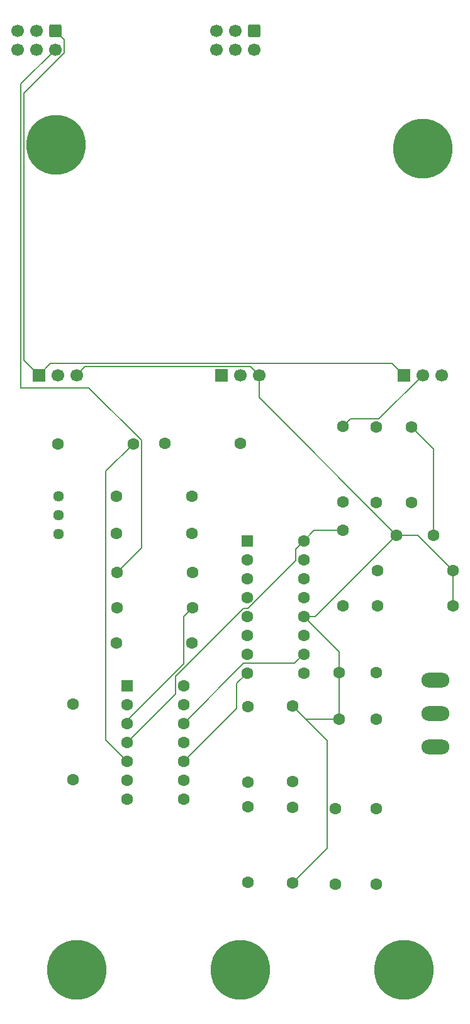
<source format=gbr>
%TF.GenerationSoftware,KiCad,Pcbnew,9.0.5*%
%TF.CreationDate,2025-12-11T21:52:36+11:00*%
%TF.ProjectId,oscillator,6f736369-6c6c-4617-946f-722e6b696361,rev?*%
%TF.SameCoordinates,Original*%
%TF.FileFunction,Copper,L2,Bot*%
%TF.FilePolarity,Positive*%
%FSLAX46Y46*%
G04 Gerber Fmt 4.6, Leading zero omitted, Abs format (unit mm)*
G04 Created by KiCad (PCBNEW 9.0.5) date 2025-12-11 21:52:36*
%MOMM*%
%LPD*%
G01*
G04 APERTURE LIST*
G04 Aperture macros list*
%AMRoundRect*
0 Rectangle with rounded corners*
0 $1 Rounding radius*
0 $2 $3 $4 $5 $6 $7 $8 $9 X,Y pos of 4 corners*
0 Add a 4 corners polygon primitive as box body*
4,1,4,$2,$3,$4,$5,$6,$7,$8,$9,$2,$3,0*
0 Add four circle primitives for the rounded corners*
1,1,$1+$1,$2,$3*
1,1,$1+$1,$4,$5*
1,1,$1+$1,$6,$7*
1,1,$1+$1,$8,$9*
0 Add four rect primitives between the rounded corners*
20,1,$1+$1,$2,$3,$4,$5,0*
20,1,$1+$1,$4,$5,$6,$7,0*
20,1,$1+$1,$6,$7,$8,$9,0*
20,1,$1+$1,$8,$9,$2,$3,0*%
G04 Aperture macros list end*
%TA.AperFunction,ComponentPad*%
%ADD10C,8.000000*%
%TD*%
%TA.AperFunction,ComponentPad*%
%ADD11C,1.700000*%
%TD*%
%TA.AperFunction,ComponentPad*%
%ADD12R,1.700000X1.700000*%
%TD*%
%TA.AperFunction,ComponentPad*%
%ADD13C,1.600000*%
%TD*%
%TA.AperFunction,ComponentPad*%
%ADD14RoundRect,0.250000X-0.550000X-0.550000X0.550000X-0.550000X0.550000X0.550000X-0.550000X0.550000X0*%
%TD*%
%TA.AperFunction,ComponentPad*%
%ADD15RoundRect,0.250000X-0.600000X0.600000X-0.600000X-0.600000X0.600000X-0.600000X0.600000X0.600000X0*%
%TD*%
%TA.AperFunction,ComponentPad*%
%ADD16O,3.750000X2.000000*%
%TD*%
%TA.AperFunction,ComponentPad*%
%ADD17C,1.440000*%
%TD*%
%TA.AperFunction,Conductor*%
%ADD18C,0.200000*%
%TD*%
G04 APERTURE END LIST*
D10*
%TO.P,J6,1,Pin_1*%
%TO.N,Net-(J6-Pin_1)*%
X126500000Y-55550000D03*
%TD*%
%TO.P,J7,1,Pin_1*%
%TO.N,Net-(J7-Pin_1)*%
X77162469Y-55050000D03*
%TD*%
%TO.P,J5,1,Pin_1*%
%TO.N,Net-(J5-Pin_1)*%
X80000000Y-166000000D03*
%TD*%
%TO.P,J3,1,Pin_1*%
%TO.N,Net-(J3-Pin_1)*%
X102000000Y-166000000D03*
%TD*%
%TO.P,J4,1,Pin_1*%
%TO.N,Net-(J4-Pin_1)*%
X124000000Y-166000000D03*
%TD*%
D11*
%TO.P,RV2,3,3*%
%TO.N,GND*%
X79940000Y-86050000D03*
%TO.P,RV2,2,2*%
%TO.N,Net-(R5-Pad2)*%
X77400000Y-86050000D03*
D12*
%TO.P,RV2,1,1*%
%TO.N,12V*%
X74860000Y-86050000D03*
%TD*%
D11*
%TO.P,RV4,3,3*%
%TO.N,unconnected-(RV4-Pad3)*%
X129040000Y-86050000D03*
%TO.P,RV4,2,2*%
%TO.N,Net-(R9-Pad1)*%
X126500000Y-86050000D03*
D12*
%TO.P,RV4,1,1*%
%TO.N,12V*%
X123960000Y-86050000D03*
%TD*%
%TO.P,RV3,1,1*%
%TO.N,Net-(J7-Pin_1)*%
X99410000Y-86050000D03*
D11*
%TO.P,RV3,2,2*%
%TO.N,Net-(R6-Pad2)*%
X101950000Y-86050000D03*
%TO.P,RV3,3,3*%
%TO.N,GND*%
X104490000Y-86050000D03*
%TD*%
D13*
%TO.P,U2,14*%
%TO.N,Net-(R17-Pad2)*%
X94370000Y-127800000D03*
%TO.P,U2,13,-*%
%TO.N,Net-(U2D--)*%
X94370000Y-130340000D03*
%TO.P,U2,12,+*%
%TO.N,Net-(U1-VTO)*%
X94370000Y-132880000D03*
%TO.P,U2,11,V-*%
%TO.N,-12V*%
X94370000Y-135420000D03*
%TO.P,U2,10,+*%
%TO.N,Net-(U1-VSO)*%
X94370000Y-137960000D03*
%TO.P,U2,9,-*%
%TO.N,Net-(U2C--)*%
X94370000Y-140500000D03*
%TO.P,U2,8*%
%TO.N,Net-(R15-Pad2)*%
X94370000Y-143040000D03*
%TO.P,U2,7*%
%TO.N,Net-(U2B--)*%
X86750000Y-143040000D03*
%TO.P,U2,6,-*%
X86750000Y-140500000D03*
%TO.P,U2,5,+*%
%TO.N,Net-(U2B-+)*%
X86750000Y-137960000D03*
%TO.P,U2,4,V+*%
%TO.N,12V*%
X86750000Y-135420000D03*
%TO.P,U2,3,+*%
%TO.N,Net-(U1-VP)*%
X86750000Y-132880000D03*
%TO.P,U2,2,-*%
%TO.N,Net-(U2A--)*%
X86750000Y-130340000D03*
D14*
%TO.P,U2,1*%
X86750000Y-127800000D03*
%TD*%
D13*
%TO.P,R20,2*%
%TO.N,Net-(J3-Pin_1)*%
X114750000Y-154460000D03*
%TO.P,R20,1*%
%TO.N,Net-(R17-Pad2)*%
X114750000Y-144300000D03*
%TD*%
D15*
%TO.P,J2,1,Pin_1*%
%TO.N,12V*%
X103830000Y-39750000D03*
D11*
%TO.P,J2,2,Pin_2*%
%TO.N,-12V*%
X103830000Y-42290000D03*
%TO.P,J2,3,Pin_3*%
%TO.N,GND*%
X101290000Y-39750000D03*
%TO.P,J2,4,Pin_4*%
X101290000Y-42290000D03*
%TO.P,J2,5,Pin_5*%
%TO.N,unconnected-(J2-Pin_5-Pad5)*%
X98750000Y-39750000D03*
%TO.P,J2,6,Pin_6*%
%TO.N,unconnected-(J2-Pin_6-Pad6)*%
X98750000Y-42290000D03*
%TD*%
D15*
%TO.P,J1,1,Pin_1*%
%TO.N,12V*%
X77080000Y-39750000D03*
D11*
%TO.P,J1,2,Pin_2*%
%TO.N,-12V*%
X77080000Y-42290000D03*
%TO.P,J1,3,Pin_3*%
%TO.N,GND*%
X74540000Y-39750000D03*
%TO.P,J1,4,Pin_4*%
X74540000Y-42290000D03*
%TO.P,J1,5,Pin_5*%
%TO.N,unconnected-(J1-Pin_5-Pad5)*%
X72000000Y-39750000D03*
%TO.P,J1,6,Pin_6*%
%TO.N,unconnected-(J1-Pin_6-Pad6)*%
X72000000Y-42290000D03*
%TD*%
D13*
%TO.P,R18,1*%
%TO.N,GND*%
X109000000Y-130550000D03*
%TO.P,R18,2*%
%TO.N,Net-(U2D--)*%
X109000000Y-140710000D03*
%TD*%
%TO.P,R8,1*%
%TO.N,Net-(J6-Pin_1)*%
X120289472Y-93022318D03*
%TO.P,R8,2*%
%TO.N,Net-(U1-VFCI)*%
X120289472Y-103182318D03*
%TD*%
%TO.P,R3,1*%
%TO.N,-12V*%
X85357311Y-112559947D03*
%TO.P,R3,2*%
%TO.N,Net-(U1-VEE)*%
X95517311Y-112559947D03*
%TD*%
%TO.P,R17,1*%
%TO.N,Net-(U2D--)*%
X102990702Y-140729735D03*
%TO.P,R17,2*%
%TO.N,Net-(R17-Pad2)*%
X102990702Y-130569735D03*
%TD*%
%TO.P,R2,1*%
%TO.N,Net-(U1-VEE)*%
X85340000Y-107300000D03*
%TO.P,R2,2*%
%TO.N,Net-(U1-SCALE2)*%
X95500000Y-107300000D03*
%TD*%
%TO.P,R10,1*%
%TO.N,Net-(C1-Pad1)*%
X125029054Y-93029710D03*
%TO.P,R10,2*%
%TO.N,Net-(U1-VFCI)*%
X125029054Y-103189710D03*
%TD*%
%TO.P,C4,1*%
%TO.N,Net-(SW1-C)*%
X120250000Y-126050000D03*
%TO.P,C4,2*%
%TO.N,GND*%
X115250000Y-126050000D03*
%TD*%
D14*
%TO.P,U1,1,SCALE1*%
%TO.N,Net-(U1-SCALE1)*%
X102880000Y-108300000D03*
D13*
%TO.P,U1,2,SCALE2*%
%TO.N,Net-(U1-SCALE2)*%
X102880000Y-110840000D03*
%TO.P,U1,3,VEE*%
%TO.N,Net-(U1-VEE)*%
X102880000Y-113380000D03*
%TO.P,U1,4,VP*%
%TO.N,Net-(U1-VP)*%
X102880000Y-115920000D03*
%TO.P,U1,5,VPWM*%
%TO.N,Net-(U1-VPWM)*%
X102880000Y-118460000D03*
%TO.P,U1,6,VHSI*%
%TO.N,unconnected-(U1-VHSI-Pad6)*%
X102880000Y-121000000D03*
%TO.P,U1,7,VHFT*%
%TO.N,unconnected-(U1-VHFT-Pad7)*%
X102880000Y-123540000D03*
%TO.P,U1,8,VSO*%
%TO.N,Net-(U1-VSO)*%
X102880000Y-126080000D03*
%TO.P,U1,9,VSSI*%
%TO.N,unconnected-(U1-VSSI-Pad9)*%
X110500000Y-126080000D03*
%TO.P,U1,10,VTO*%
%TO.N,Net-(U1-VTO)*%
X110500000Y-123540000D03*
%TO.P,U1,11,CAP*%
%TO.N,Net-(SW1-B)*%
X110500000Y-121000000D03*
%TO.P,U1,12,GND*%
%TO.N,GND*%
X110500000Y-118460000D03*
%TO.P,U1,13,VLFI*%
%TO.N,Net-(U1-VLFI)*%
X110500000Y-115920000D03*
%TO.P,U1,14,VS*%
%TO.N,Net-(U1-VS)*%
X110500000Y-113380000D03*
%TO.P,U1,15,VFCI*%
%TO.N,Net-(U1-VFCI)*%
X110500000Y-110840000D03*
%TO.P,U1,16,VCC*%
%TO.N,12V*%
X110500000Y-108300000D03*
%TD*%
D16*
%TO.P,SW1,1,C*%
%TO.N,Net-(SW1-C)*%
X128250000Y-127050000D03*
%TO.P,SW1,2,B*%
%TO.N,Net-(SW1-B)*%
X128250000Y-131550000D03*
%TO.P,SW1,3,A*%
%TO.N,Net-(SW1-A)*%
X128250000Y-136050000D03*
%TD*%
D13*
%TO.P,C1,1*%
%TO.N,Net-(C1-Pad1)*%
X128000000Y-107550000D03*
%TO.P,C1,2*%
%TO.N,GND*%
X123000000Y-107550000D03*
%TD*%
%TO.P,R4,1*%
%TO.N,GND*%
X85420000Y-117300000D03*
%TO.P,R4,2*%
%TO.N,Net-(U1-VP)*%
X95580000Y-117300000D03*
%TD*%
%TO.P,R11,1*%
%TO.N,Net-(U1-VS)*%
X120420000Y-112300000D03*
%TO.P,R11,2*%
%TO.N,GND*%
X130580000Y-112300000D03*
%TD*%
D17*
%TO.P,RV1,1,1*%
%TO.N,Net-(R1-Pad1)*%
X77500000Y-102300000D03*
%TO.P,RV1,2,2*%
%TO.N,Net-(U1-VEE)*%
X77500000Y-104840000D03*
%TO.P,RV1,3,3*%
X77500000Y-107380000D03*
%TD*%
D13*
%TO.P,R1,1*%
%TO.N,Net-(R1-Pad1)*%
X85340000Y-102300000D03*
%TO.P,R1,2*%
%TO.N,Net-(U1-SCALE1)*%
X95500000Y-102300000D03*
%TD*%
%TO.P,R6,1*%
%TO.N,Net-(U2B-+)*%
X91806782Y-95234642D03*
%TO.P,R6,2*%
%TO.N,Net-(R6-Pad2)*%
X101966782Y-95234642D03*
%TD*%
%TO.P,R19,1*%
%TO.N,Net-(J5-Pin_1)*%
X79500000Y-140460000D03*
%TO.P,R19,2*%
%TO.N,Net-(U2A--)*%
X79500000Y-130300000D03*
%TD*%
%TO.P,C3,1*%
%TO.N,Net-(SW1-A)*%
X120250000Y-132300000D03*
%TO.P,C3,2*%
%TO.N,GND*%
X115250000Y-132300000D03*
%TD*%
%TO.P,R12,1*%
%TO.N,Net-(U1-VLFI)*%
X115744311Y-117100524D03*
%TO.P,R12,2*%
%TO.N,12V*%
X115744311Y-106940524D03*
%TD*%
%TO.P,R13,1*%
%TO.N,Net-(U1-VLFI)*%
X120437327Y-117098934D03*
%TO.P,R13,2*%
%TO.N,GND*%
X130597327Y-117098934D03*
%TD*%
%TO.P,R16,1*%
%TO.N,GND*%
X108990702Y-154309735D03*
%TO.P,R16,2*%
%TO.N,Net-(U2C--)*%
X108990702Y-144149735D03*
%TD*%
%TO.P,R21,1*%
%TO.N,Net-(R15-Pad2)*%
X120250000Y-144300000D03*
%TO.P,R21,2*%
%TO.N,Net-(J4-Pin_1)*%
X120250000Y-154460000D03*
%TD*%
%TO.P,R5,1*%
%TO.N,Net-(U2B-+)*%
X87582784Y-95267859D03*
%TO.P,R5,2*%
%TO.N,Net-(R5-Pad2)*%
X77422784Y-95267859D03*
%TD*%
%TO.P,R9,1*%
%TO.N,Net-(R9-Pad1)*%
X115750000Y-92970000D03*
%TO.P,R9,2*%
%TO.N,Net-(U1-VFCI)*%
X115750000Y-103130000D03*
%TD*%
%TO.P,R7,1*%
%TO.N,Net-(U1-VPWM)*%
X95500000Y-122050000D03*
%TO.P,R7,2*%
%TO.N,Net-(U2B--)*%
X85340000Y-122050000D03*
%TD*%
%TO.P,R15,1*%
%TO.N,Net-(U2C--)*%
X102990702Y-144069735D03*
%TO.P,R15,2*%
%TO.N,Net-(R15-Pad2)*%
X102990702Y-154229735D03*
%TD*%
D18*
%TO.N,-12V*%
X77080000Y-42290000D02*
X72460469Y-46909531D01*
X88683784Y-109233474D02*
X85357311Y-112559947D01*
X72460469Y-46909531D02*
X72460469Y-87748012D01*
X72460469Y-87748012D02*
X81619987Y-87748012D01*
X88683784Y-94811809D02*
X88683784Y-109233474D01*
X81619987Y-87748012D02*
X88683784Y-94811809D01*
%TO.N,12V*%
X77080000Y-39750000D02*
X78250000Y-40920000D01*
X78250000Y-40920000D02*
X78250000Y-42750000D01*
X78250000Y-42750000D02*
X72861469Y-48138531D01*
X72861469Y-48138531D02*
X72861469Y-84051469D01*
X72861469Y-84051469D02*
X74860000Y-86050000D01*
%TO.N,Net-(C1-Pad1)*%
X125029054Y-93029710D02*
X128000000Y-96000656D01*
X128000000Y-96000656D02*
X128000000Y-107550000D01*
%TO.N,Net-(R9-Pad1)*%
X115750000Y-92970000D02*
X116798682Y-91921318D01*
X116798682Y-91921318D02*
X120628682Y-91921318D01*
X120628682Y-91921318D02*
X126500000Y-86050000D01*
%TO.N,Net-(U2B-+)*%
X87582784Y-95267859D02*
X83899000Y-98951643D01*
X83899000Y-98951643D02*
X83899000Y-135109000D01*
X83899000Y-135109000D02*
X86750000Y-137960000D01*
%TO.N,Net-(U1-VP)*%
X86750000Y-132880000D02*
X86750000Y-132465850D01*
X86750000Y-132465850D02*
X94399000Y-124816850D01*
X94399000Y-124816850D02*
X94399000Y-118481000D01*
X94399000Y-118481000D02*
X95580000Y-117300000D01*
%TO.N,12V*%
X86750000Y-135420000D02*
X93269000Y-128901000D01*
X102998050Y-117359000D02*
X109399000Y-110958050D01*
X109399000Y-109401000D02*
X110500000Y-108300000D01*
X93269000Y-128901000D02*
X93269000Y-126513950D01*
X93269000Y-126513950D02*
X102423950Y-117359000D01*
X102423950Y-117359000D02*
X102998050Y-117359000D01*
X109399000Y-110958050D02*
X109399000Y-109401000D01*
%TO.N,Net-(U1-VSO)*%
X94370000Y-137960000D02*
X101500000Y-130830000D01*
X101500000Y-130830000D02*
X101500000Y-127460000D01*
X101500000Y-127460000D02*
X102880000Y-126080000D01*
%TO.N,Net-(U1-VTO)*%
X94370000Y-132880000D02*
X102450000Y-124800000D01*
X102450000Y-124800000D02*
X109240000Y-124800000D01*
X109240000Y-124800000D02*
X110500000Y-123540000D01*
%TO.N,12V*%
X115744311Y-106940524D02*
X111859476Y-106940524D01*
X111859476Y-106940524D02*
X110500000Y-108300000D01*
%TO.N,GND*%
X109000000Y-130550000D02*
X113649000Y-135199000D01*
X113649000Y-135199000D02*
X113649000Y-149651437D01*
X113649000Y-149651437D02*
X108990702Y-154309735D01*
X115250000Y-132300000D02*
X110750000Y-132300000D01*
X110750000Y-132300000D02*
X109000000Y-130550000D01*
X115250000Y-126050000D02*
X115250000Y-132300000D01*
X110500000Y-118460000D02*
X115250000Y-123210000D01*
X115250000Y-123210000D02*
X115250000Y-126050000D01*
X110500000Y-118460000D02*
X112090000Y-118460000D01*
X112090000Y-118460000D02*
X123000000Y-107550000D01*
X130580000Y-112300000D02*
X130580000Y-117081607D01*
X130580000Y-117081607D02*
X130597327Y-117098934D01*
X123000000Y-107550000D02*
X125830000Y-107550000D01*
X125830000Y-107550000D02*
X130580000Y-112300000D01*
X104490000Y-86050000D02*
X104490000Y-89040000D01*
X104490000Y-89040000D02*
X123000000Y-107550000D01*
%TO.N,12V*%
X74860000Y-86050000D02*
X76412000Y-84498000D01*
X76412000Y-84498000D02*
X122408000Y-84498000D01*
X122408000Y-84498000D02*
X123960000Y-86050000D01*
%TO.N,GND*%
X79940000Y-86050000D02*
X81091000Y-84899000D01*
X81091000Y-84899000D02*
X103339000Y-84899000D01*
X103339000Y-84899000D02*
X104490000Y-86050000D01*
%TD*%
M02*

</source>
